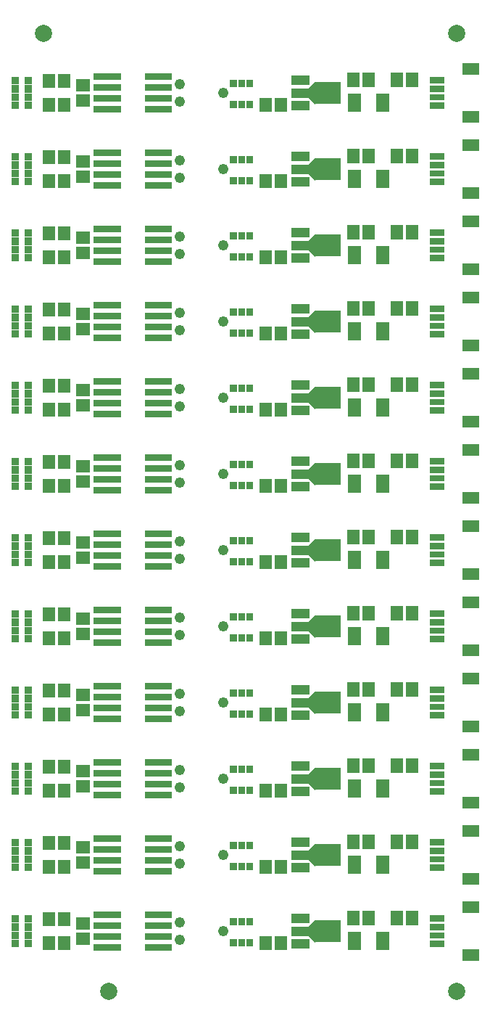
<source format=gbr>
G04 start of page 7 for group -4063 idx -4063 *
G04 Title: (unknown), componentmask *
G04 Creator: pcb 4.2.2 *
G04 CreationDate: Mon Feb 10 04:01:32 2025 UTC *
G04 For: petersen *
G04 Format: Gerber/RS-274X *
G04 PCB-Dimensions (mil): 3000.00 5500.00 *
G04 PCB-Coordinate-Origin: lower left *
%MOIN*%
%FSLAX25Y25*%
%LNTOPMASK*%
%ADD45C,0.0001*%
%ADD44C,0.0787*%
%ADD43C,0.0490*%
G54D43*X152500Y362500D03*
Y327500D03*
Y292500D03*
Y257500D03*
X132500Y366500D03*
Y358500D03*
Y331500D03*
Y323500D03*
Y296500D03*
Y288500D03*
Y261500D03*
Y253500D03*
X152500Y432500D03*
X132500Y436500D03*
Y428500D03*
X152500Y397500D03*
X132500Y401500D03*
X152500Y467500D03*
X132500Y471500D03*
Y463500D03*
Y393500D03*
X152500Y222500D03*
Y187500D03*
Y152500D03*
Y117500D03*
X132500Y226500D03*
Y218500D03*
Y191500D03*
Y183500D03*
Y156500D03*
Y148500D03*
Y121500D03*
Y113500D03*
X152500Y82500D03*
X132500Y86500D03*
Y78500D03*
G54D44*X70000Y495000D03*
G54D45*G36*
X84748Y466816D02*Y461098D01*
X91252D01*
Y466816D01*
X84748D01*
G37*
G36*
Y473902D02*Y468184D01*
X91252D01*
Y473902D01*
X84748D01*
G37*
G36*
X75316Y465252D02*X69598D01*
Y458748D01*
X75316D01*
Y465252D01*
G37*
G36*
X82402D02*X76684D01*
Y458748D01*
X82402D01*
Y465252D01*
G37*
G36*
X75316Y476252D02*X69598D01*
Y469748D01*
X75316D01*
Y476252D01*
G37*
G36*
X82402D02*X76684D01*
Y469748D01*
X82402D01*
Y476252D01*
G37*
G36*
X61274Y463490D02*Y460054D01*
X64710D01*
Y463490D01*
X61274D01*
G37*
G36*
X55290D02*Y460054D01*
X58726D01*
Y463490D01*
X55290D01*
G37*
G36*
X61274Y467308D02*Y463873D01*
X64710D01*
Y467308D01*
X61274D01*
G37*
G36*
Y471127D02*Y467692D01*
X64710D01*
Y471127D01*
X61274D01*
G37*
G36*
Y474946D02*Y471510D01*
X64710D01*
Y474946D01*
X61274D01*
G37*
G36*
X55290D02*Y471510D01*
X58726D01*
Y474946D01*
X55290D01*
G37*
G36*
Y471127D02*Y467692D01*
X58726D01*
Y471127D01*
X55290D01*
G37*
G36*
Y467308D02*Y463873D01*
X58726D01*
Y467308D01*
X55290D01*
G37*
G36*
X116500Y461500D02*Y458500D01*
X126000D01*
Y461500D01*
X116500D01*
G37*
G36*
Y466500D02*Y463500D01*
X126000D01*
Y466500D01*
X116500D01*
G37*
G36*
X119500Y461500D02*Y458500D01*
X129000D01*
Y461500D01*
X119500D01*
G37*
G36*
Y466500D02*Y463500D01*
X129000D01*
Y466500D01*
X119500D01*
G37*
G36*
X116500Y471500D02*Y468500D01*
X126000D01*
Y471500D01*
X116500D01*
G37*
G36*
Y476500D02*Y473500D01*
X126000D01*
Y476500D01*
X116500D01*
G37*
G36*
X119500Y471500D02*Y468500D01*
X129000D01*
Y471500D01*
X119500D01*
G37*
G36*
Y476500D02*Y473500D01*
X129000D01*
Y476500D01*
X119500D01*
G37*
G36*
X96000D02*Y473500D01*
X105500D01*
Y476500D01*
X96000D01*
G37*
G36*
Y471500D02*Y468500D01*
X105500D01*
Y471500D01*
X96000D01*
G37*
G36*
X93000Y476500D02*Y473500D01*
X102500D01*
Y476500D01*
X93000D01*
G37*
G36*
Y471500D02*Y468500D01*
X102500D01*
Y471500D01*
X93000D01*
G37*
G36*
X96000Y466500D02*Y463500D01*
X105500D01*
Y466500D01*
X96000D01*
G37*
G36*
Y461500D02*Y458500D01*
X105500D01*
Y461500D01*
X96000D01*
G37*
G36*
X93000Y466500D02*Y463500D01*
X102500D01*
Y466500D01*
X93000D01*
G37*
G36*
Y461500D02*Y458500D01*
X102500D01*
Y461500D01*
X93000D01*
G37*
G36*
X183826Y475596D02*Y471216D01*
X192300D01*
Y475596D01*
X183826D01*
G37*
G36*
Y469690D02*Y465310D01*
X200016D01*
Y469690D01*
X183826D01*
G37*
G36*
X194535Y472525D02*Y462475D01*
X206475D01*
Y472525D01*
X194535D01*
G37*
G36*
X196679Y470805D02*X194835Y472649D01*
X191571Y469385D01*
X193415Y467541D01*
X196679Y470805D01*
G37*
G36*
X193415Y467459D02*X191571Y465615D01*
X194835Y462351D01*
X196679Y464195D01*
X193415Y467459D01*
G37*
G36*
X183826Y463784D02*Y459404D01*
X192300D01*
Y463784D01*
X183826D01*
G37*
G36*
X181902Y465252D02*X176184D01*
Y458748D01*
X181902D01*
Y465252D01*
G37*
G36*
X174816D02*X169098D01*
Y458748D01*
X174816D01*
Y465252D01*
G37*
G36*
X158780Y463757D02*X155739D01*
Y460401D01*
X158780D01*
Y463757D01*
G37*
G36*
X162520D02*X159480D01*
Y460401D01*
X162520D01*
Y463757D01*
G37*
G36*
X166261D02*X163220D01*
Y460401D01*
X166261D01*
Y463757D01*
G37*
G36*
X215316Y476752D02*X209598D01*
Y470248D01*
X215316D01*
Y476752D01*
G37*
G36*
X229050Y467050D02*X222950D01*
Y458950D01*
X229050D01*
Y467050D01*
G37*
G36*
X216050D02*X209950D01*
Y458950D01*
X216050D01*
Y467050D01*
G37*
G36*
X222402Y476752D02*X216684D01*
Y470248D01*
X222402D01*
Y476752D01*
G37*
G36*
X166261Y473599D02*X163220D01*
Y470243D01*
X166261D01*
Y473599D01*
G37*
G36*
X162520D02*X159480D01*
Y470243D01*
X162520D01*
Y473599D01*
G37*
G36*
X158780D02*X155739D01*
Y470243D01*
X158780D01*
Y473599D01*
G37*
G36*
X116500Y426500D02*Y423500D01*
X126000D01*
Y426500D01*
X116500D01*
G37*
G36*
Y431500D02*Y428500D01*
X126000D01*
Y431500D01*
X116500D01*
G37*
G36*
Y436500D02*Y433500D01*
X126000D01*
Y436500D01*
X116500D01*
G37*
G36*
Y441500D02*Y438500D01*
X126000D01*
Y441500D01*
X116500D01*
G37*
G36*
X183826Y440596D02*Y436216D01*
X192300D01*
Y440596D01*
X183826D01*
G37*
G36*
X166261Y438599D02*X163220D01*
Y435243D01*
X166261D01*
Y438599D01*
G37*
G36*
X162520D02*X159480D01*
Y435243D01*
X162520D01*
Y438599D01*
G37*
G36*
X158780D02*X155739D01*
Y435243D01*
X158780D01*
Y438599D01*
G37*
G36*
X183826Y434690D02*Y430310D01*
X200016D01*
Y434690D01*
X183826D01*
G37*
G36*
Y428784D02*Y424404D01*
X192300D01*
Y428784D01*
X183826D01*
G37*
G36*
X181902Y430252D02*X176184D01*
Y423748D01*
X181902D01*
Y430252D01*
G37*
G36*
X174816D02*X169098D01*
Y423748D01*
X174816D01*
Y430252D01*
G37*
G36*
X194535Y437525D02*Y427475D01*
X206475D01*
Y437525D01*
X194535D01*
G37*
G36*
X196679Y435805D02*X194835Y437649D01*
X191571Y434385D01*
X193415Y432541D01*
X196679Y435805D01*
G37*
G36*
X193415Y432459D02*X191571Y430615D01*
X194835Y427351D01*
X196679Y429195D01*
X193415Y432459D01*
G37*
G36*
X158780Y428757D02*X155739D01*
Y425401D01*
X158780D01*
Y428757D01*
G37*
G36*
X162520D02*X159480D01*
Y425401D01*
X162520D01*
Y428757D01*
G37*
G36*
X166261D02*X163220D01*
Y425401D01*
X166261D01*
Y428757D01*
G37*
G54D44*X260000Y495000D03*
G54D45*G36*
X262413Y481186D02*Y475862D01*
X270099D01*
Y481186D01*
X262413D01*
G37*
G36*
X235316Y476752D02*X229598D01*
Y470248D01*
X235316D01*
Y476752D01*
G37*
G36*
X242402D02*X236684D01*
Y470248D01*
X242402D01*
Y476752D01*
G37*
G36*
X247649Y463075D02*Y460113D01*
X254351D01*
Y463075D01*
X247649D01*
G37*
G36*
Y467012D02*Y464050D01*
X254351D01*
Y467012D01*
X247649D01*
G37*
G36*
Y470950D02*Y467988D01*
X254351D01*
Y470950D01*
X247649D01*
G37*
G36*
Y474887D02*Y471925D01*
X254351D01*
Y474887D01*
X247649D01*
G37*
G36*
X262413Y459138D02*Y453814D01*
X270099D01*
Y459138D01*
X262413D01*
G37*
G36*
Y446186D02*Y440862D01*
X270099D01*
Y446186D01*
X262413D01*
G37*
G36*
X242402Y441752D02*X236684D01*
Y435248D01*
X242402D01*
Y441752D01*
G37*
G36*
X247649Y428075D02*Y425113D01*
X254351D01*
Y428075D01*
X247649D01*
G37*
G36*
Y432012D02*Y429050D01*
X254351D01*
Y432012D01*
X247649D01*
G37*
G36*
Y435950D02*Y432988D01*
X254351D01*
Y435950D01*
X247649D01*
G37*
G36*
Y439887D02*Y436925D01*
X254351D01*
Y439887D01*
X247649D01*
G37*
G36*
X229050Y432050D02*X222950D01*
Y423950D01*
X229050D01*
Y432050D01*
G37*
G36*
X235316Y441752D02*X229598D01*
Y435248D01*
X235316D01*
Y441752D01*
G37*
G36*
X216050Y432050D02*X209950D01*
Y423950D01*
X216050D01*
Y432050D01*
G37*
G36*
X215316Y441752D02*X209598D01*
Y435248D01*
X215316D01*
Y441752D01*
G37*
G36*
X222402D02*X216684D01*
Y435248D01*
X222402D01*
Y441752D01*
G37*
G36*
X215316Y406752D02*X209598D01*
Y400248D01*
X215316D01*
Y406752D01*
G37*
G36*
X222402D02*X216684D01*
Y400248D01*
X222402D01*
Y406752D01*
G37*
G36*
X262413Y424138D02*Y418814D01*
X270099D01*
Y424138D01*
X262413D01*
G37*
G36*
Y411186D02*Y405862D01*
X270099D01*
Y411186D01*
X262413D01*
G37*
G36*
X242402Y406752D02*X236684D01*
Y400248D01*
X242402D01*
Y406752D01*
G37*
G36*
X247649Y393075D02*Y390113D01*
X254351D01*
Y393075D01*
X247649D01*
G37*
G36*
Y397012D02*Y394050D01*
X254351D01*
Y397012D01*
X247649D01*
G37*
G36*
Y400950D02*Y397988D01*
X254351D01*
Y400950D01*
X247649D01*
G37*
G36*
Y404887D02*Y401925D01*
X254351D01*
Y404887D01*
X247649D01*
G37*
G36*
X262413Y389138D02*Y383814D01*
X270099D01*
Y389138D01*
X262413D01*
G37*
G36*
X229050Y397050D02*X222950D01*
Y388950D01*
X229050D01*
Y397050D01*
G37*
G36*
X235316Y406752D02*X229598D01*
Y400248D01*
X235316D01*
Y406752D01*
G37*
G36*
X229050Y362050D02*X222950D01*
Y353950D01*
X229050D01*
Y362050D01*
G37*
G36*
X235316Y371752D02*X229598D01*
Y365248D01*
X235316D01*
Y371752D01*
G37*
G36*
X229050Y327050D02*X222950D01*
Y318950D01*
X229050D01*
Y327050D01*
G37*
G36*
X235316Y336752D02*X229598D01*
Y330248D01*
X235316D01*
Y336752D01*
G37*
G36*
X216050Y397050D02*X209950D01*
Y388950D01*
X216050D01*
Y397050D01*
G37*
G36*
Y362050D02*X209950D01*
Y353950D01*
X216050D01*
Y362050D01*
G37*
G36*
Y327050D02*X209950D01*
Y318950D01*
X216050D01*
Y327050D01*
G37*
G36*
X215316Y336752D02*X209598D01*
Y330248D01*
X215316D01*
Y336752D01*
G37*
G36*
Y371752D02*X209598D01*
Y365248D01*
X215316D01*
Y371752D01*
G37*
G36*
X222402D02*X216684D01*
Y365248D01*
X222402D01*
Y371752D01*
G37*
G36*
Y336752D02*X216684D01*
Y330248D01*
X222402D01*
Y336752D01*
G37*
G36*
X242402Y371752D02*X236684D01*
Y365248D01*
X242402D01*
Y371752D01*
G37*
G36*
X247649Y358075D02*Y355113D01*
X254351D01*
Y358075D01*
X247649D01*
G37*
G36*
Y362012D02*Y359050D01*
X254351D01*
Y362012D01*
X247649D01*
G37*
G36*
Y365950D02*Y362988D01*
X254351D01*
Y365950D01*
X247649D01*
G37*
G36*
Y369887D02*Y366925D01*
X254351D01*
Y369887D01*
X247649D01*
G37*
G36*
X262413Y354138D02*Y348814D01*
X270099D01*
Y354138D01*
X262413D01*
G37*
G36*
Y376186D02*Y370862D01*
X270099D01*
Y376186D01*
X262413D01*
G37*
G36*
Y341186D02*Y335862D01*
X270099D01*
Y341186D01*
X262413D01*
G37*
G36*
X242402Y336752D02*X236684D01*
Y330248D01*
X242402D01*
Y336752D01*
G37*
G36*
X247649Y323075D02*Y320113D01*
X254351D01*
Y323075D01*
X247649D01*
G37*
G36*
Y327012D02*Y324050D01*
X254351D01*
Y327012D01*
X247649D01*
G37*
G36*
Y330950D02*Y327988D01*
X254351D01*
Y330950D01*
X247649D01*
G37*
G36*
Y334887D02*Y331925D01*
X254351D01*
Y334887D01*
X247649D01*
G37*
G36*
X262413Y319138D02*Y313814D01*
X270099D01*
Y319138D01*
X262413D01*
G37*
G36*
X242402Y301752D02*X236684D01*
Y295248D01*
X242402D01*
Y301752D01*
G37*
G36*
X247649Y288075D02*Y285113D01*
X254351D01*
Y288075D01*
X247649D01*
G37*
G36*
Y292012D02*Y289050D01*
X254351D01*
Y292012D01*
X247649D01*
G37*
G36*
Y295950D02*Y292988D01*
X254351D01*
Y295950D01*
X247649D01*
G37*
G36*
Y299887D02*Y296925D01*
X254351D01*
Y299887D01*
X247649D01*
G37*
G36*
X262413Y306186D02*Y300862D01*
X270099D01*
Y306186D01*
X262413D01*
G37*
G36*
X229050Y292050D02*X222950D01*
Y283950D01*
X229050D01*
Y292050D01*
G37*
G36*
X222402Y266752D02*X216684D01*
Y260248D01*
X222402D01*
Y266752D01*
G37*
G36*
X235316D02*X229598D01*
Y260248D01*
X235316D01*
Y266752D01*
G37*
G36*
X216050Y292050D02*X209950D01*
Y283950D01*
X216050D01*
Y292050D01*
G37*
G36*
Y257050D02*X209950D01*
Y248950D01*
X216050D01*
Y257050D01*
G37*
G36*
X215316Y266752D02*X209598D01*
Y260248D01*
X215316D01*
Y266752D01*
G37*
G36*
X216050Y222050D02*X209950D01*
Y213950D01*
X216050D01*
Y222050D01*
G37*
G36*
X215316Y231752D02*X209598D01*
Y225248D01*
X215316D01*
Y231752D01*
G37*
G36*
Y196752D02*X209598D01*
Y190248D01*
X215316D01*
Y196752D01*
G37*
G36*
Y301752D02*X209598D01*
Y295248D01*
X215316D01*
Y301752D01*
G37*
G36*
X222402D02*X216684D01*
Y295248D01*
X222402D01*
Y301752D01*
G37*
G36*
X235316D02*X229598D01*
Y295248D01*
X235316D01*
Y301752D01*
G37*
G36*
X229050Y257050D02*X222950D01*
Y248950D01*
X229050D01*
Y257050D01*
G37*
G36*
Y222050D02*X222950D01*
Y213950D01*
X229050D01*
Y222050D01*
G37*
G36*
X222402Y231752D02*X216684D01*
Y225248D01*
X222402D01*
Y231752D01*
G37*
G36*
X235316D02*X229598D01*
Y225248D01*
X235316D01*
Y231752D01*
G37*
G36*
X242402D02*X236684D01*
Y225248D01*
X242402D01*
Y231752D01*
G37*
G36*
X262413Y284138D02*Y278814D01*
X270099D01*
Y284138D01*
X262413D01*
G37*
G36*
Y249138D02*Y243814D01*
X270099D01*
Y249138D01*
X262413D01*
G37*
G36*
Y271186D02*Y265862D01*
X270099D01*
Y271186D01*
X262413D01*
G37*
G36*
Y236186D02*Y230862D01*
X270099D01*
Y236186D01*
X262413D01*
G37*
G36*
X242402Y266752D02*X236684D01*
Y260248D01*
X242402D01*
Y266752D01*
G37*
G36*
X247649Y253075D02*Y250113D01*
X254351D01*
Y253075D01*
X247649D01*
G37*
G36*
Y257012D02*Y254050D01*
X254351D01*
Y257012D01*
X247649D01*
G37*
G36*
Y260950D02*Y257988D01*
X254351D01*
Y260950D01*
X247649D01*
G37*
G36*
Y264887D02*Y261925D01*
X254351D01*
Y264887D01*
X247649D01*
G37*
G36*
Y218075D02*Y215113D01*
X254351D01*
Y218075D01*
X247649D01*
G37*
G36*
Y222012D02*Y219050D01*
X254351D01*
Y222012D01*
X247649D01*
G37*
G36*
Y183075D02*Y180113D01*
X254351D01*
Y183075D01*
X247649D01*
G37*
G36*
Y187012D02*Y184050D01*
X254351D01*
Y187012D01*
X247649D01*
G37*
G36*
Y190950D02*Y187988D01*
X254351D01*
Y190950D01*
X247649D01*
G37*
G36*
Y194887D02*Y191925D01*
X254351D01*
Y194887D01*
X247649D01*
G37*
G36*
Y225950D02*Y222988D01*
X254351D01*
Y225950D01*
X247649D01*
G37*
G36*
Y229887D02*Y226925D01*
X254351D01*
Y229887D01*
X247649D01*
G37*
G36*
X262413Y214138D02*Y208814D01*
X270099D01*
Y214138D01*
X262413D01*
G37*
G36*
Y179138D02*Y173814D01*
X270099D01*
Y179138D01*
X262413D01*
G37*
G36*
Y201186D02*Y195862D01*
X270099D01*
Y201186D01*
X262413D01*
G37*
G36*
X229050Y187050D02*X222950D01*
Y178950D01*
X229050D01*
Y187050D01*
G37*
G36*
X216050D02*X209950D01*
Y178950D01*
X216050D01*
Y187050D01*
G37*
G36*
X222402Y196752D02*X216684D01*
Y190248D01*
X222402D01*
Y196752D01*
G37*
G36*
X235316D02*X229598D01*
Y190248D01*
X235316D01*
Y196752D01*
G37*
G36*
X242402D02*X236684D01*
Y190248D01*
X242402D01*
Y196752D01*
G37*
G36*
X229050Y152050D02*X222950D01*
Y143950D01*
X229050D01*
Y152050D01*
G37*
G36*
X216050D02*X209950D01*
Y143950D01*
X216050D01*
Y152050D01*
G37*
G36*
X247649Y148075D02*Y145113D01*
X254351D01*
Y148075D01*
X247649D01*
G37*
G36*
Y152012D02*Y149050D01*
X254351D01*
Y152012D01*
X247649D01*
G37*
G36*
X262413Y144138D02*Y138814D01*
X270099D01*
Y144138D01*
X262413D01*
G37*
G36*
X215316Y161752D02*X209598D01*
Y155248D01*
X215316D01*
Y161752D01*
G37*
G36*
X222402D02*X216684D01*
Y155248D01*
X222402D01*
Y161752D01*
G37*
G36*
X229050Y117050D02*X222950D01*
Y108950D01*
X229050D01*
Y117050D01*
G37*
G36*
X216050D02*X209950D01*
Y108950D01*
X216050D01*
Y117050D01*
G37*
G36*
X215316Y126752D02*X209598D01*
Y120248D01*
X215316D01*
Y126752D01*
G37*
G36*
X222402D02*X216684D01*
Y120248D01*
X222402D01*
Y126752D01*
G37*
G36*
X235316Y161752D02*X229598D01*
Y155248D01*
X235316D01*
Y161752D01*
G37*
G36*
X242402D02*X236684D01*
Y155248D01*
X242402D01*
Y161752D01*
G37*
G36*
X247649Y155950D02*Y152988D01*
X254351D01*
Y155950D01*
X247649D01*
G37*
G36*
Y159887D02*Y156925D01*
X254351D01*
Y159887D01*
X247649D01*
G37*
G36*
X262413Y166186D02*Y160862D01*
X270099D01*
Y166186D01*
X262413D01*
G37*
G36*
Y131186D02*Y125862D01*
X270099D01*
Y131186D01*
X262413D01*
G37*
G36*
X235316Y126752D02*X229598D01*
Y120248D01*
X235316D01*
Y126752D01*
G37*
G36*
X242402D02*X236684D01*
Y120248D01*
X242402D01*
Y126752D01*
G37*
G36*
X247649Y120950D02*Y117988D01*
X254351D01*
Y120950D01*
X247649D01*
G37*
G36*
Y124887D02*Y121925D01*
X254351D01*
Y124887D01*
X247649D01*
G37*
G36*
Y113075D02*Y110113D01*
X254351D01*
Y113075D01*
X247649D01*
G37*
G36*
Y117012D02*Y114050D01*
X254351D01*
Y117012D01*
X247649D01*
G37*
G36*
X262413Y109138D02*Y103814D01*
X270099D01*
Y109138D01*
X262413D01*
G37*
G36*
X84748Y431816D02*Y426098D01*
X91252D01*
Y431816D01*
X84748D01*
G37*
G36*
Y438902D02*Y433184D01*
X91252D01*
Y438902D01*
X84748D01*
G37*
G36*
X82402Y430252D02*X76684D01*
Y423748D01*
X82402D01*
Y430252D01*
G37*
G36*
Y441252D02*X76684D01*
Y434748D01*
X82402D01*
Y441252D01*
G37*
G36*
X96000Y441500D02*Y438500D01*
X105500D01*
Y441500D01*
X96000D01*
G37*
G36*
Y436500D02*Y433500D01*
X105500D01*
Y436500D01*
X96000D01*
G37*
G36*
X93000Y441500D02*Y438500D01*
X102500D01*
Y441500D01*
X93000D01*
G37*
G36*
Y436500D02*Y433500D01*
X102500D01*
Y436500D01*
X93000D01*
G37*
G36*
X96000Y431500D02*Y428500D01*
X105500D01*
Y431500D01*
X96000D01*
G37*
G36*
Y426500D02*Y423500D01*
X105500D01*
Y426500D01*
X96000D01*
G37*
G36*
X93000Y431500D02*Y428500D01*
X102500D01*
Y431500D01*
X93000D01*
G37*
G36*
Y426500D02*Y423500D01*
X102500D01*
Y426500D01*
X93000D01*
G37*
G36*
X119500D02*Y423500D01*
X129000D01*
Y426500D01*
X119500D01*
G37*
G36*
Y431500D02*Y428500D01*
X129000D01*
Y431500D01*
X119500D01*
G37*
G36*
Y436500D02*Y433500D01*
X129000D01*
Y436500D01*
X119500D01*
G37*
G36*
Y441500D02*Y438500D01*
X129000D01*
Y441500D01*
X119500D01*
G37*
G36*
X96000Y371500D02*Y368500D01*
X105500D01*
Y371500D01*
X96000D01*
G37*
G36*
Y366500D02*Y363500D01*
X105500D01*
Y366500D01*
X96000D01*
G37*
G36*
X93000Y371500D02*Y368500D01*
X102500D01*
Y371500D01*
X93000D01*
G37*
G36*
Y366500D02*Y363500D01*
X102500D01*
Y366500D01*
X93000D01*
G37*
G36*
X96000Y361500D02*Y358500D01*
X105500D01*
Y361500D01*
X96000D01*
G37*
G36*
X93000D02*Y358500D01*
X102500D01*
Y361500D01*
X93000D01*
G37*
G36*
X116500D02*Y358500D01*
X126000D01*
Y361500D01*
X116500D01*
G37*
G36*
Y366500D02*Y363500D01*
X126000D01*
Y366500D01*
X116500D01*
G37*
G36*
Y371500D02*Y368500D01*
X126000D01*
Y371500D01*
X116500D01*
G37*
G36*
X119500Y361500D02*Y358500D01*
X129000D01*
Y361500D01*
X119500D01*
G37*
G36*
Y366500D02*Y363500D01*
X129000D01*
Y366500D01*
X119500D01*
G37*
G36*
Y371500D02*Y368500D01*
X129000D01*
Y371500D01*
X119500D01*
G37*
G36*
X75316Y430252D02*X69598D01*
Y423748D01*
X75316D01*
Y430252D01*
G37*
G36*
Y441252D02*X69598D01*
Y434748D01*
X75316D01*
Y441252D01*
G37*
G36*
X61274Y428490D02*Y425054D01*
X64710D01*
Y428490D01*
X61274D01*
G37*
G36*
Y432308D02*Y428873D01*
X64710D01*
Y432308D01*
X61274D01*
G37*
G36*
Y436127D02*Y432692D01*
X64710D01*
Y436127D01*
X61274D01*
G37*
G36*
Y439946D02*Y436510D01*
X64710D01*
Y439946D01*
X61274D01*
G37*
G36*
X55290D02*Y436510D01*
X58726D01*
Y439946D01*
X55290D01*
G37*
G36*
Y436127D02*Y432692D01*
X58726D01*
Y436127D01*
X55290D01*
G37*
G36*
Y432308D02*Y428873D01*
X58726D01*
Y432308D01*
X55290D01*
G37*
G36*
Y428490D02*Y425054D01*
X58726D01*
Y428490D01*
X55290D01*
G37*
G36*
X75316Y395252D02*X69598D01*
Y388748D01*
X75316D01*
Y395252D01*
G37*
G36*
X82402D02*X76684D01*
Y388748D01*
X82402D01*
Y395252D01*
G37*
G36*
X75316Y406252D02*X69598D01*
Y399748D01*
X75316D01*
Y406252D01*
G37*
G36*
X82402D02*X76684D01*
Y399748D01*
X82402D01*
Y406252D01*
G37*
G36*
X61274Y393490D02*Y390054D01*
X64710D01*
Y393490D01*
X61274D01*
G37*
G36*
Y397308D02*Y393874D01*
X64710D01*
Y397308D01*
X61274D01*
G37*
G36*
Y401126D02*Y397692D01*
X64710D01*
Y401126D01*
X61274D01*
G37*
G36*
Y404946D02*Y401510D01*
X64710D01*
Y404946D01*
X61274D01*
G37*
G36*
X55290D02*Y401510D01*
X58726D01*
Y404946D01*
X55290D01*
G37*
G36*
Y401126D02*Y397692D01*
X58726D01*
Y401126D01*
X55290D01*
G37*
G36*
Y397308D02*Y393874D01*
X58726D01*
Y397308D01*
X55290D01*
G37*
G36*
Y393490D02*Y390054D01*
X58726D01*
Y393490D01*
X55290D01*
G37*
G36*
X84748Y396816D02*Y391098D01*
X91252D01*
Y396816D01*
X84748D01*
G37*
G36*
Y403902D02*Y398184D01*
X91252D01*
Y403902D01*
X84748D01*
G37*
G36*
X96000Y391500D02*Y388500D01*
X105500D01*
Y391500D01*
X96000D01*
G37*
G36*
X93000D02*Y388500D01*
X102500D01*
Y391500D01*
X93000D01*
G37*
G36*
X96000Y406500D02*Y403500D01*
X105500D01*
Y406500D01*
X96000D01*
G37*
G36*
X93000D02*Y403500D01*
X102500D01*
Y406500D01*
X93000D01*
G37*
G36*
X96000Y401500D02*Y398500D01*
X105500D01*
Y401500D01*
X96000D01*
G37*
G36*
Y396500D02*Y393500D01*
X105500D01*
Y396500D01*
X96000D01*
G37*
G36*
X93000Y401500D02*Y398500D01*
X102500D01*
Y401500D01*
X93000D01*
G37*
G36*
Y396500D02*Y393500D01*
X102500D01*
Y396500D01*
X93000D01*
G37*
G36*
X183826Y405596D02*Y401216D01*
X192300D01*
Y405596D01*
X183826D01*
G37*
G36*
X166261Y403599D02*X163220D01*
Y400243D01*
X166261D01*
Y403599D01*
G37*
G36*
X162520D02*X159480D01*
Y400243D01*
X162520D01*
Y403599D01*
G37*
G36*
X158780D02*X155739D01*
Y400243D01*
X158780D01*
Y403599D01*
G37*
G36*
X183826Y399690D02*Y395310D01*
X200016D01*
Y399690D01*
X183826D01*
G37*
G36*
X194535Y402525D02*Y392475D01*
X206475D01*
Y402525D01*
X194535D01*
G37*
G36*
X196679Y400805D02*X194835Y402649D01*
X191571Y399385D01*
X193415Y397541D01*
X196679Y400805D01*
G37*
G36*
X193415Y397459D02*X191571Y395615D01*
X194835Y392351D01*
X196679Y394195D01*
X193415Y397459D01*
G37*
G36*
X183826Y393784D02*Y389404D01*
X192300D01*
Y393784D01*
X183826D01*
G37*
G36*
X181902Y395252D02*X176184D01*
Y388748D01*
X181902D01*
Y395252D01*
G37*
G36*
X174816D02*X169098D01*
Y388748D01*
X174816D01*
Y395252D01*
G37*
G36*
X158780Y393757D02*X155739D01*
Y390401D01*
X158780D01*
Y393757D01*
G37*
G36*
X162520D02*X159480D01*
Y390401D01*
X162520D01*
Y393757D01*
G37*
G36*
X166261D02*X163220D01*
Y390401D01*
X166261D01*
Y393757D01*
G37*
G36*
X116500Y401500D02*Y398500D01*
X126000D01*
Y401500D01*
X116500D01*
G37*
G36*
Y406500D02*Y403500D01*
X126000D01*
Y406500D01*
X116500D01*
G37*
G36*
X119500Y401500D02*Y398500D01*
X129000D01*
Y401500D01*
X119500D01*
G37*
G36*
Y406500D02*Y403500D01*
X129000D01*
Y406500D01*
X119500D01*
G37*
G36*
X116500Y391500D02*Y388500D01*
X126000D01*
Y391500D01*
X116500D01*
G37*
G36*
X119500D02*Y388500D01*
X129000D01*
Y391500D01*
X119500D01*
G37*
G36*
X116500Y396500D02*Y393500D01*
X126000D01*
Y396500D01*
X116500D01*
G37*
G36*
X119500D02*Y393500D01*
X129000D01*
Y396500D01*
X119500D01*
G37*
G36*
X183826Y370596D02*Y366216D01*
X192300D01*
Y370596D01*
X183826D01*
G37*
G36*
Y364690D02*Y360310D01*
X200016D01*
Y364690D01*
X183826D01*
G37*
G36*
X194535Y367525D02*Y357475D01*
X206475D01*
Y367525D01*
X194535D01*
G37*
G36*
X196679Y365805D02*X194835Y367649D01*
X191571Y364385D01*
X193415Y362541D01*
X196679Y365805D01*
G37*
G36*
X193415Y362459D02*X191571Y360615D01*
X194835Y357351D01*
X196679Y359195D01*
X193415Y362459D01*
G37*
G36*
X183826Y358784D02*Y354404D01*
X192300D01*
Y358784D01*
X183826D01*
G37*
G36*
X181902Y360252D02*X176184D01*
Y353748D01*
X181902D01*
Y360252D01*
G37*
G36*
X174816D02*X169098D01*
Y353748D01*
X174816D01*
Y360252D01*
G37*
G36*
X158780Y358757D02*X155739D01*
Y355401D01*
X158780D01*
Y358757D01*
G37*
G36*
X162520D02*X159480D01*
Y355401D01*
X162520D01*
Y358757D01*
G37*
G36*
X166261D02*X163220D01*
Y355401D01*
X166261D01*
Y358757D01*
G37*
G36*
X75316Y360252D02*X69598D01*
Y353748D01*
X75316D01*
Y360252D01*
G37*
G36*
X82402D02*X76684D01*
Y353748D01*
X82402D01*
Y360252D01*
G37*
G36*
X75316Y371252D02*X69598D01*
Y364748D01*
X75316D01*
Y371252D01*
G37*
G36*
X82402D02*X76684D01*
Y364748D01*
X82402D01*
Y371252D01*
G37*
G36*
X84748Y361816D02*Y356098D01*
X91252D01*
Y361816D01*
X84748D01*
G37*
G36*
Y368902D02*Y363184D01*
X91252D01*
Y368902D01*
X84748D01*
G37*
G36*
X96000Y356500D02*Y353500D01*
X105500D01*
Y356500D01*
X96000D01*
G37*
G36*
X93000D02*Y353500D01*
X102500D01*
Y356500D01*
X93000D01*
G37*
G36*
X61274Y358490D02*Y355054D01*
X64710D01*
Y358490D01*
X61274D01*
G37*
G36*
Y362308D02*Y358874D01*
X64710D01*
Y362308D01*
X61274D01*
G37*
G36*
Y366126D02*Y362692D01*
X64710D01*
Y366126D01*
X61274D01*
G37*
G36*
Y369946D02*Y366510D01*
X64710D01*
Y369946D01*
X61274D01*
G37*
G36*
X55290D02*Y366510D01*
X58726D01*
Y369946D01*
X55290D01*
G37*
G36*
Y366126D02*Y362692D01*
X58726D01*
Y366126D01*
X55290D01*
G37*
G36*
Y362308D02*Y358874D01*
X58726D01*
Y362308D01*
X55290D01*
G37*
G36*
Y358490D02*Y355054D01*
X58726D01*
Y358490D01*
X55290D01*
G37*
G36*
X61274Y117308D02*Y113873D01*
X64710D01*
Y117308D01*
X61274D01*
G37*
G36*
X55290D02*Y113873D01*
X58726D01*
Y117308D01*
X55290D01*
G37*
G36*
Y113490D02*Y110054D01*
X58726D01*
Y113490D01*
X55290D01*
G37*
G36*
X61274Y121127D02*Y117692D01*
X64710D01*
Y121127D01*
X61274D01*
G37*
G36*
X55290D02*Y117692D01*
X58726D01*
Y121127D01*
X55290D01*
G37*
G36*
X61274Y124946D02*Y121510D01*
X64710D01*
Y124946D01*
X61274D01*
G37*
G36*
X55290D02*Y121510D01*
X58726D01*
Y124946D01*
X55290D01*
G37*
G36*
X84748Y326816D02*Y321098D01*
X91252D01*
Y326816D01*
X84748D01*
G37*
G36*
Y333902D02*Y328184D01*
X91252D01*
Y333902D01*
X84748D01*
G37*
G36*
X75316Y325252D02*X69598D01*
Y318748D01*
X75316D01*
Y325252D01*
G37*
G36*
X82402D02*X76684D01*
Y318748D01*
X82402D01*
Y325252D01*
G37*
G36*
X75316Y336252D02*X69598D01*
Y329748D01*
X75316D01*
Y336252D01*
G37*
G36*
X82402D02*X76684D01*
Y329748D01*
X82402D01*
Y336252D01*
G37*
G36*
X96000Y321500D02*Y318500D01*
X105500D01*
Y321500D01*
X96000D01*
G37*
G36*
X93000D02*Y318500D01*
X102500D01*
Y321500D01*
X93000D01*
G37*
G36*
X61274Y323490D02*Y320054D01*
X64710D01*
Y323490D01*
X61274D01*
G37*
G36*
X55290D02*Y320054D01*
X58726D01*
Y323490D01*
X55290D01*
G37*
G36*
X61274Y327308D02*Y323874D01*
X64710D01*
Y327308D01*
X61274D01*
G37*
G36*
Y331126D02*Y327692D01*
X64710D01*
Y331126D01*
X61274D01*
G37*
G36*
Y334946D02*Y331510D01*
X64710D01*
Y334946D01*
X61274D01*
G37*
G36*
X55290D02*Y331510D01*
X58726D01*
Y334946D01*
X55290D01*
G37*
G36*
Y331126D02*Y327692D01*
X58726D01*
Y331126D01*
X55290D01*
G37*
G36*
Y327308D02*Y323874D01*
X58726D01*
Y327308D01*
X55290D01*
G37*
G36*
X96000Y331500D02*Y328500D01*
X105500D01*
Y331500D01*
X96000D01*
G37*
G36*
Y326500D02*Y323500D01*
X105500D01*
Y326500D01*
X96000D01*
G37*
G36*
X93000Y331500D02*Y328500D01*
X102500D01*
Y331500D01*
X93000D01*
G37*
G36*
Y326500D02*Y323500D01*
X102500D01*
Y326500D01*
X93000D01*
G37*
G36*
X96000Y336500D02*Y333500D01*
X105500D01*
Y336500D01*
X96000D01*
G37*
G36*
X116500D02*Y333500D01*
X126000D01*
Y336500D01*
X116500D01*
G37*
G36*
X93000D02*Y333500D01*
X102500D01*
Y336500D01*
X93000D01*
G37*
G36*
X116500Y326500D02*Y323500D01*
X126000D01*
Y326500D01*
X116500D01*
G37*
G36*
Y331500D02*Y328500D01*
X126000D01*
Y331500D01*
X116500D01*
G37*
G36*
X119500Y326500D02*Y323500D01*
X129000D01*
Y326500D01*
X119500D01*
G37*
G36*
Y331500D02*Y328500D01*
X129000D01*
Y331500D01*
X119500D01*
G37*
G36*
Y336500D02*Y333500D01*
X129000D01*
Y336500D01*
X119500D01*
G37*
G36*
X96000Y301500D02*Y298500D01*
X105500D01*
Y301500D01*
X96000D01*
G37*
G36*
X93000D02*Y298500D01*
X102500D01*
Y301500D01*
X93000D01*
G37*
G36*
X96000Y296500D02*Y293500D01*
X105500D01*
Y296500D01*
X96000D01*
G37*
G36*
X93000D02*Y293500D01*
X102500D01*
Y296500D01*
X93000D01*
G37*
G36*
X96000Y291500D02*Y288500D01*
X105500D01*
Y291500D01*
X96000D01*
G37*
G36*
X93000D02*Y288500D01*
X102500D01*
Y291500D01*
X93000D01*
G37*
G36*
X116500D02*Y288500D01*
X126000D01*
Y291500D01*
X116500D01*
G37*
G36*
X119500D02*Y288500D01*
X129000D01*
Y291500D01*
X119500D01*
G37*
G36*
X116500Y296500D02*Y293500D01*
X126000D01*
Y296500D01*
X116500D01*
G37*
G36*
Y301500D02*Y298500D01*
X126000D01*
Y301500D01*
X116500D01*
G37*
G36*
X119500Y296500D02*Y293500D01*
X129000D01*
Y296500D01*
X119500D01*
G37*
G36*
Y301500D02*Y298500D01*
X129000D01*
Y301500D01*
X119500D01*
G37*
G36*
X166261Y123599D02*X163220D01*
Y120243D01*
X166261D01*
Y123599D01*
G37*
G36*
X162520D02*X159480D01*
Y120243D01*
X162520D01*
Y123599D01*
G37*
G36*
X158780D02*X155739D01*
Y120243D01*
X158780D01*
Y123599D01*
G37*
G36*
Y113757D02*X155739D01*
Y110401D01*
X158780D01*
Y113757D01*
G37*
G36*
X162520D02*X159480D01*
Y110401D01*
X162520D01*
Y113757D01*
G37*
G36*
X166261D02*X163220D01*
Y110401D01*
X166261D01*
Y113757D01*
G37*
G36*
Y368599D02*X163220D01*
Y365243D01*
X166261D01*
Y368599D01*
G37*
G36*
X162520D02*X159480D01*
Y365243D01*
X162520D01*
Y368599D01*
G37*
G36*
X158780D02*X155739D01*
Y365243D01*
X158780D01*
Y368599D01*
G37*
G36*
X116500Y356500D02*Y353500D01*
X126000D01*
Y356500D01*
X116500D01*
G37*
G36*
X119500D02*Y353500D01*
X129000D01*
Y356500D01*
X119500D01*
G37*
G36*
X116500Y321500D02*Y318500D01*
X126000D01*
Y321500D01*
X116500D01*
G37*
G36*
X119500D02*Y318500D01*
X129000D01*
Y321500D01*
X119500D01*
G37*
G36*
X183826Y335596D02*Y331216D01*
X192300D01*
Y335596D01*
X183826D01*
G37*
G36*
Y329690D02*Y325310D01*
X200016D01*
Y329690D01*
X183826D01*
G37*
G36*
X194535Y332525D02*Y322475D01*
X206475D01*
Y332525D01*
X194535D01*
G37*
G36*
X196679Y330805D02*X194835Y332649D01*
X191571Y329385D01*
X193415Y327541D01*
X196679Y330805D01*
G37*
G36*
X193415Y327459D02*X191571Y325615D01*
X194835Y322351D01*
X196679Y324195D01*
X193415Y327459D01*
G37*
G36*
X183826Y323784D02*Y319404D01*
X192300D01*
Y323784D01*
X183826D01*
G37*
G36*
X181902Y325252D02*X176184D01*
Y318748D01*
X181902D01*
Y325252D01*
G37*
G36*
X174816D02*X169098D01*
Y318748D01*
X174816D01*
Y325252D01*
G37*
G36*
X166261Y323757D02*X163220D01*
Y320401D01*
X166261D01*
Y323757D01*
G37*
G36*
Y333599D02*X163220D01*
Y330243D01*
X166261D01*
Y333599D01*
G37*
G36*
X162520D02*X159480D01*
Y330243D01*
X162520D01*
Y333599D01*
G37*
G36*
X158780D02*X155739D01*
Y330243D01*
X158780D01*
Y333599D01*
G37*
G36*
Y323757D02*X155739D01*
Y320401D01*
X158780D01*
Y323757D01*
G37*
G36*
X162520D02*X159480D01*
Y320401D01*
X162520D01*
Y323757D01*
G37*
G36*
X183826Y300596D02*Y296216D01*
X192300D01*
Y300596D01*
X183826D01*
G37*
G36*
Y294690D02*Y290310D01*
X200016D01*
Y294690D01*
X183826D01*
G37*
G36*
X194535Y297525D02*Y287475D01*
X206475D01*
Y297525D01*
X194535D01*
G37*
G36*
X196679Y295805D02*X194835Y297649D01*
X191571Y294385D01*
X193415Y292541D01*
X196679Y295805D01*
G37*
G36*
X193415Y292459D02*X191571Y290615D01*
X194835Y287351D01*
X196679Y289195D01*
X193415Y292459D01*
G37*
G36*
X183826Y288784D02*Y284404D01*
X192300D01*
Y288784D01*
X183826D01*
G37*
G36*
X181902Y290252D02*X176184D01*
Y283748D01*
X181902D01*
Y290252D01*
G37*
G36*
X174816D02*X169098D01*
Y283748D01*
X174816D01*
Y290252D01*
G37*
G36*
X158780Y288757D02*X155739D01*
Y285401D01*
X158780D01*
Y288757D01*
G37*
G36*
X162520D02*X159480D01*
Y285401D01*
X162520D01*
Y288757D01*
G37*
G36*
X166261D02*X163220D01*
Y285401D01*
X166261D01*
Y288757D01*
G37*
G36*
Y298599D02*X163220D01*
Y295243D01*
X166261D01*
Y298599D01*
G37*
G36*
X162520D02*X159480D01*
Y295243D01*
X162520D01*
Y298599D01*
G37*
G36*
X158780D02*X155739D01*
Y295243D01*
X158780D01*
Y298599D01*
G37*
G54D44*X260000Y55000D03*
X100000D03*
G54D45*G36*
X229050Y82050D02*X222950D01*
Y73950D01*
X229050D01*
Y82050D01*
G37*
G36*
X247649Y78075D02*Y75113D01*
X254351D01*
Y78075D01*
X247649D01*
G37*
G36*
Y82012D02*Y79050D01*
X254351D01*
Y82012D01*
X247649D01*
G37*
G36*
X262413Y74138D02*Y68814D01*
X270099D01*
Y74138D01*
X262413D01*
G37*
G36*
X216050Y82050D02*X209950D01*
Y73950D01*
X216050D01*
Y82050D01*
G37*
G36*
X183826Y78784D02*Y74404D01*
X192300D01*
Y78784D01*
X183826D01*
G37*
G36*
X181902Y80252D02*X176184D01*
Y73748D01*
X181902D01*
Y80252D01*
G37*
G36*
X174816D02*X169098D01*
Y73748D01*
X174816D01*
Y80252D01*
G37*
G36*
X119500Y76500D02*Y73500D01*
X129000D01*
Y76500D01*
X119500D01*
G37*
G36*
Y81500D02*Y78500D01*
X129000D01*
Y81500D01*
X119500D01*
G37*
G36*
X158780Y78757D02*X155739D01*
Y75401D01*
X158780D01*
Y78757D01*
G37*
G36*
X162520D02*X159480D01*
Y75401D01*
X162520D01*
Y78757D01*
G37*
G36*
X166261D02*X163220D01*
Y75401D01*
X166261D01*
Y78757D01*
G37*
G36*
X84748Y81816D02*Y76098D01*
X91252D01*
Y81816D01*
X84748D01*
G37*
G36*
X96000Y91500D02*Y88500D01*
X105500D01*
Y91500D01*
X96000D01*
G37*
G36*
Y86500D02*Y83500D01*
X105500D01*
Y86500D01*
X96000D01*
G37*
G36*
X93000Y91500D02*Y88500D01*
X102500D01*
Y91500D01*
X93000D01*
G37*
G36*
Y86500D02*Y83500D01*
X102500D01*
Y86500D01*
X93000D01*
G37*
G36*
Y81500D02*Y78500D01*
X102500D01*
Y81500D01*
X93000D01*
G37*
G36*
Y76500D02*Y73500D01*
X102500D01*
Y76500D01*
X93000D01*
G37*
G36*
X183826Y90596D02*Y86216D01*
X192300D01*
Y90596D01*
X183826D01*
G37*
G36*
X166261Y88599D02*X163220D01*
Y85243D01*
X166261D01*
Y88599D01*
G37*
G36*
X162520D02*X159480D01*
Y85243D01*
X162520D01*
Y88599D01*
G37*
G36*
X158780D02*X155739D01*
Y85243D01*
X158780D01*
Y88599D01*
G37*
G36*
X96000Y81500D02*Y78500D01*
X105500D01*
Y81500D01*
X96000D01*
G37*
G36*
Y76500D02*Y73500D01*
X105500D01*
Y76500D01*
X96000D01*
G37*
G36*
X116500D02*Y73500D01*
X126000D01*
Y76500D01*
X116500D01*
G37*
G36*
Y81500D02*Y78500D01*
X126000D01*
Y81500D01*
X116500D01*
G37*
G36*
Y86500D02*Y83500D01*
X126000D01*
Y86500D01*
X116500D01*
G37*
G36*
Y91500D02*Y88500D01*
X126000D01*
Y91500D01*
X116500D01*
G37*
G36*
X119500Y86500D02*Y83500D01*
X129000D01*
Y86500D01*
X119500D01*
G37*
G36*
Y91500D02*Y88500D01*
X129000D01*
Y91500D01*
X119500D01*
G37*
G36*
X84748Y88902D02*Y83184D01*
X91252D01*
Y88902D01*
X84748D01*
G37*
G36*
X75316Y91252D02*X69598D01*
Y84748D01*
X75316D01*
Y91252D01*
G37*
G36*
X82402D02*X76684D01*
Y84748D01*
X82402D01*
Y91252D01*
G37*
G36*
X61274Y89946D02*Y86510D01*
X64710D01*
Y89946D01*
X61274D01*
G37*
G36*
X55290D02*Y86510D01*
X58726D01*
Y89946D01*
X55290D01*
G37*
G36*
Y86126D02*Y82692D01*
X58726D01*
Y86126D01*
X55290D01*
G37*
G36*
X75316Y80252D02*X69598D01*
Y73748D01*
X75316D01*
Y80252D01*
G37*
G36*
X82402D02*X76684D01*
Y73748D01*
X82402D01*
Y80252D01*
G37*
G36*
X61274Y78490D02*Y75054D01*
X64710D01*
Y78490D01*
X61274D01*
G37*
G36*
Y82308D02*Y78874D01*
X64710D01*
Y82308D01*
X61274D01*
G37*
G36*
Y86126D02*Y82692D01*
X64710D01*
Y86126D01*
X61274D01*
G37*
G36*
X55290Y82308D02*Y78874D01*
X58726D01*
Y82308D01*
X55290D01*
G37*
G36*
Y78490D02*Y75054D01*
X58726D01*
Y78490D01*
X55290D01*
G37*
G36*
X215316Y91752D02*X209598D01*
Y85248D01*
X215316D01*
Y91752D01*
G37*
G36*
X222402D02*X216684D01*
Y85248D01*
X222402D01*
Y91752D01*
G37*
G36*
X235316D02*X229598D01*
Y85248D01*
X235316D01*
Y91752D01*
G37*
G36*
X242402D02*X236684D01*
Y85248D01*
X242402D01*
Y91752D01*
G37*
G36*
X183826Y84690D02*Y80310D01*
X200016D01*
Y84690D01*
X183826D01*
G37*
G36*
X194535Y87525D02*Y77475D01*
X206475D01*
Y87525D01*
X194535D01*
G37*
G36*
X196679Y85805D02*X194835Y87649D01*
X191571Y84385D01*
X193415Y82541D01*
X196679Y85805D01*
G37*
G36*
X193415Y82459D02*X191571Y80615D01*
X194835Y77351D01*
X196679Y79195D01*
X193415Y82459D01*
G37*
G36*
X247649Y85950D02*Y82988D01*
X254351D01*
Y85950D01*
X247649D01*
G37*
G36*
Y89887D02*Y86925D01*
X254351D01*
Y89887D01*
X247649D01*
G37*
G36*
X262413Y96186D02*Y90862D01*
X270099D01*
Y96186D01*
X262413D01*
G37*
G36*
X84748Y291816D02*Y286098D01*
X91252D01*
Y291816D01*
X84748D01*
G37*
G36*
Y298902D02*Y293184D01*
X91252D01*
Y298902D01*
X84748D01*
G37*
G36*
X75316Y290252D02*X69598D01*
Y283748D01*
X75316D01*
Y290252D01*
G37*
G36*
X82402D02*X76684D01*
Y283748D01*
X82402D01*
Y290252D01*
G37*
G36*
X75316Y301252D02*X69598D01*
Y294748D01*
X75316D01*
Y301252D01*
G37*
G36*
X82402D02*X76684D01*
Y294748D01*
X82402D01*
Y301252D01*
G37*
G36*
X96000Y286500D02*Y283500D01*
X105500D01*
Y286500D01*
X96000D01*
G37*
G36*
X93000D02*Y283500D01*
X102500D01*
Y286500D01*
X93000D01*
G37*
G36*
X61274Y288490D02*Y285054D01*
X64710D01*
Y288490D01*
X61274D01*
G37*
G36*
X55290D02*Y285054D01*
X58726D01*
Y288490D01*
X55290D01*
G37*
G36*
X61274Y292308D02*Y288874D01*
X64710D01*
Y292308D01*
X61274D01*
G37*
G36*
Y296126D02*Y292692D01*
X64710D01*
Y296126D01*
X61274D01*
G37*
G36*
Y299946D02*Y296510D01*
X64710D01*
Y299946D01*
X61274D01*
G37*
G36*
X55290D02*Y296510D01*
X58726D01*
Y299946D01*
X55290D01*
G37*
G36*
Y296126D02*Y292692D01*
X58726D01*
Y296126D01*
X55290D01*
G37*
G36*
Y292308D02*Y288874D01*
X58726D01*
Y292308D01*
X55290D01*
G37*
G36*
X84748Y256816D02*Y251098D01*
X91252D01*
Y256816D01*
X84748D01*
G37*
G36*
Y263902D02*Y258184D01*
X91252D01*
Y263902D01*
X84748D01*
G37*
G36*
X82402Y255252D02*X76684D01*
Y248748D01*
X82402D01*
Y255252D01*
G37*
G36*
Y266252D02*X76684D01*
Y259748D01*
X82402D01*
Y266252D01*
G37*
G36*
X96000Y251500D02*Y248500D01*
X105500D01*
Y251500D01*
X96000D01*
G37*
G36*
X93000D02*Y248500D01*
X102500D01*
Y251500D01*
X93000D01*
G37*
G36*
X96000Y266500D02*Y263500D01*
X105500D01*
Y266500D01*
X96000D01*
G37*
G36*
X93000D02*Y263500D01*
X102500D01*
Y266500D01*
X93000D01*
G37*
G36*
X96000Y261500D02*Y258500D01*
X105500D01*
Y261500D01*
X96000D01*
G37*
G36*
X93000D02*Y258500D01*
X102500D01*
Y261500D01*
X93000D01*
G37*
G36*
X96000Y256500D02*Y253500D01*
X105500D01*
Y256500D01*
X96000D01*
G37*
G36*
X93000D02*Y253500D01*
X102500D01*
Y256500D01*
X93000D01*
G37*
G36*
X75316Y255252D02*X69598D01*
Y248748D01*
X75316D01*
Y255252D01*
G37*
G36*
Y266252D02*X69598D01*
Y259748D01*
X75316D01*
Y266252D01*
G37*
G36*
X61274Y253490D02*Y250054D01*
X64710D01*
Y253490D01*
X61274D01*
G37*
G36*
Y257308D02*Y253874D01*
X64710D01*
Y257308D01*
X61274D01*
G37*
G36*
Y261126D02*Y257692D01*
X64710D01*
Y261126D01*
X61274D01*
G37*
G36*
Y264946D02*Y261510D01*
X64710D01*
Y264946D01*
X61274D01*
G37*
G36*
X55290D02*Y261510D01*
X58726D01*
Y264946D01*
X55290D01*
G37*
G36*
Y261126D02*Y257692D01*
X58726D01*
Y261126D01*
X55290D01*
G37*
G36*
Y257308D02*Y253874D01*
X58726D01*
Y257308D01*
X55290D01*
G37*
G36*
Y253490D02*Y250054D01*
X58726D01*
Y253490D01*
X55290D01*
G37*
G36*
X116500Y256500D02*Y253500D01*
X126000D01*
Y256500D01*
X116500D01*
G37*
G36*
Y261500D02*Y258500D01*
X126000D01*
Y261500D01*
X116500D01*
G37*
G36*
Y266500D02*Y263500D01*
X126000D01*
Y266500D01*
X116500D01*
G37*
G36*
X119500D02*Y263500D01*
X129000D01*
Y266500D01*
X119500D01*
G37*
G36*
Y256500D02*Y253500D01*
X129000D01*
Y256500D01*
X119500D01*
G37*
G36*
Y261500D02*Y258500D01*
X129000D01*
Y261500D01*
X119500D01*
G37*
G36*
X96000Y231500D02*Y228500D01*
X105500D01*
Y231500D01*
X96000D01*
G37*
G36*
Y226500D02*Y223500D01*
X105500D01*
Y226500D01*
X96000D01*
G37*
G36*
Y221500D02*Y218500D01*
X105500D01*
Y221500D01*
X96000D01*
G37*
G36*
X93000D02*Y218500D01*
X102500D01*
Y221500D01*
X93000D01*
G37*
G36*
X116500D02*Y218500D01*
X126000D01*
Y221500D01*
X116500D01*
G37*
G36*
X119500D02*Y218500D01*
X129000D01*
Y221500D01*
X119500D01*
G37*
G36*
X116500Y226500D02*Y223500D01*
X126000D01*
Y226500D01*
X116500D01*
G37*
G36*
X119500D02*Y223500D01*
X129000D01*
Y226500D01*
X119500D01*
G37*
G36*
X116500Y231500D02*Y228500D01*
X126000D01*
Y231500D01*
X116500D01*
G37*
G36*
X119500D02*Y228500D01*
X129000D01*
Y231500D01*
X119500D01*
G37*
G36*
X93000D02*Y228500D01*
X102500D01*
Y231500D01*
X93000D01*
G37*
G36*
Y226500D02*Y223500D01*
X102500D01*
Y226500D01*
X93000D01*
G37*
G36*
X116500Y286500D02*Y283500D01*
X126000D01*
Y286500D01*
X116500D01*
G37*
G36*
X119500D02*Y283500D01*
X129000D01*
Y286500D01*
X119500D01*
G37*
G36*
X116500Y251500D02*Y248500D01*
X126000D01*
Y251500D01*
X116500D01*
G37*
G36*
X119500D02*Y248500D01*
X129000D01*
Y251500D01*
X119500D01*
G37*
G36*
X116500Y216500D02*Y213500D01*
X126000D01*
Y216500D01*
X116500D01*
G37*
G36*
X119500D02*Y213500D01*
X129000D01*
Y216500D01*
X119500D01*
G37*
G36*
X183826Y265596D02*Y261216D01*
X192300D01*
Y265596D01*
X183826D01*
G37*
G36*
Y259690D02*Y255310D01*
X200016D01*
Y259690D01*
X183826D01*
G37*
G36*
X194535Y262525D02*Y252475D01*
X206475D01*
Y262525D01*
X194535D01*
G37*
G36*
X196679Y260805D02*X194835Y262649D01*
X191571Y259385D01*
X193415Y257541D01*
X196679Y260805D01*
G37*
G36*
X193415Y257459D02*X191571Y255615D01*
X194835Y252351D01*
X196679Y254195D01*
X193415Y257459D01*
G37*
G36*
X183826Y253784D02*Y249404D01*
X192300D01*
Y253784D01*
X183826D01*
G37*
G36*
X181902Y255252D02*X176184D01*
Y248748D01*
X181902D01*
Y255252D01*
G37*
G36*
X174816D02*X169098D01*
Y248748D01*
X174816D01*
Y255252D01*
G37*
G36*
X166261Y253757D02*X163220D01*
Y250401D01*
X166261D01*
Y253757D01*
G37*
G36*
Y263599D02*X163220D01*
Y260243D01*
X166261D01*
Y263599D01*
G37*
G36*
X162520D02*X159480D01*
Y260243D01*
X162520D01*
Y263599D01*
G37*
G36*
X158780D02*X155739D01*
Y260243D01*
X158780D01*
Y263599D01*
G37*
G36*
Y253757D02*X155739D01*
Y250401D01*
X158780D01*
Y253757D01*
G37*
G36*
X162520D02*X159480D01*
Y250401D01*
X162520D01*
Y253757D01*
G37*
G36*
X183826Y230596D02*Y226216D01*
X192300D01*
Y230596D01*
X183826D01*
G37*
G36*
Y224690D02*Y220310D01*
X200016D01*
Y224690D01*
X183826D01*
G37*
G36*
X194535Y227525D02*Y217475D01*
X206475D01*
Y227525D01*
X194535D01*
G37*
G36*
X196679Y225805D02*X194835Y227649D01*
X191571Y224385D01*
X193415Y222541D01*
X196679Y225805D01*
G37*
G36*
X193415Y222459D02*X191571Y220615D01*
X194835Y217351D01*
X196679Y219195D01*
X193415Y222459D01*
G37*
G36*
X183826Y218784D02*Y214404D01*
X192300D01*
Y218784D01*
X183826D01*
G37*
G36*
X181902Y220252D02*X176184D01*
Y213748D01*
X181902D01*
Y220252D01*
G37*
G36*
X174816D02*X169098D01*
Y213748D01*
X174816D01*
Y220252D01*
G37*
G36*
X166261Y218757D02*X163220D01*
Y215401D01*
X166261D01*
Y218757D01*
G37*
G36*
Y228599D02*X163220D01*
Y225243D01*
X166261D01*
Y228599D01*
G37*
G36*
X162520D02*X159480D01*
Y225243D01*
X162520D01*
Y228599D01*
G37*
G36*
Y218757D02*X159480D01*
Y215401D01*
X162520D01*
Y218757D01*
G37*
G36*
X158780Y228599D02*X155739D01*
Y225243D01*
X158780D01*
Y228599D01*
G37*
G36*
Y218757D02*X155739D01*
Y215401D01*
X158780D01*
Y218757D01*
G37*
G36*
X84748Y221816D02*Y216098D01*
X91252D01*
Y221816D01*
X84748D01*
G37*
G36*
Y228902D02*Y223184D01*
X91252D01*
Y228902D01*
X84748D01*
G37*
G36*
X82402Y220252D02*X76684D01*
Y213748D01*
X82402D01*
Y220252D01*
G37*
G36*
Y231252D02*X76684D01*
Y224748D01*
X82402D01*
Y231252D01*
G37*
G36*
X96000Y216500D02*Y213500D01*
X105500D01*
Y216500D01*
X96000D01*
G37*
G36*
X93000D02*Y213500D01*
X102500D01*
Y216500D01*
X93000D01*
G37*
G36*
X75316Y231252D02*X69598D01*
Y224748D01*
X75316D01*
Y231252D01*
G37*
G36*
Y220252D02*X69598D01*
Y213748D01*
X75316D01*
Y220252D01*
G37*
G36*
X61274Y218490D02*Y215054D01*
X64710D01*
Y218490D01*
X61274D01*
G37*
G36*
Y222308D02*Y218874D01*
X64710D01*
Y222308D01*
X61274D01*
G37*
G36*
Y226126D02*Y222692D01*
X64710D01*
Y226126D01*
X61274D01*
G37*
G36*
Y229946D02*Y226510D01*
X64710D01*
Y229946D01*
X61274D01*
G37*
G36*
X55290D02*Y226510D01*
X58726D01*
Y229946D01*
X55290D01*
G37*
G36*
Y226126D02*Y222692D01*
X58726D01*
Y226126D01*
X55290D01*
G37*
G36*
Y222308D02*Y218874D01*
X58726D01*
Y222308D01*
X55290D01*
G37*
G36*
Y218490D02*Y215054D01*
X58726D01*
Y218490D01*
X55290D01*
G37*
G36*
X75316Y185252D02*X69598D01*
Y178748D01*
X75316D01*
Y185252D01*
G37*
G36*
X82402D02*X76684D01*
Y178748D01*
X82402D01*
Y185252D01*
G37*
G36*
X75316Y196252D02*X69598D01*
Y189748D01*
X75316D01*
Y196252D01*
G37*
G36*
X82402D02*X76684D01*
Y189748D01*
X82402D01*
Y196252D01*
G37*
G36*
X61274Y183490D02*Y180054D01*
X64710D01*
Y183490D01*
X61274D01*
G37*
G36*
Y187308D02*Y183874D01*
X64710D01*
Y187308D01*
X61274D01*
G37*
G36*
Y191126D02*Y187692D01*
X64710D01*
Y191126D01*
X61274D01*
G37*
G36*
Y194946D02*Y191510D01*
X64710D01*
Y194946D01*
X61274D01*
G37*
G36*
X55290D02*Y191510D01*
X58726D01*
Y194946D01*
X55290D01*
G37*
G36*
Y191126D02*Y187692D01*
X58726D01*
Y191126D01*
X55290D01*
G37*
G36*
Y187308D02*Y183874D01*
X58726D01*
Y187308D01*
X55290D01*
G37*
G36*
Y183490D02*Y180054D01*
X58726D01*
Y183490D01*
X55290D01*
G37*
G36*
X84748Y186816D02*Y181098D01*
X91252D01*
Y186816D01*
X84748D01*
G37*
G36*
Y193902D02*Y188184D01*
X91252D01*
Y193902D01*
X84748D01*
G37*
G36*
X96000Y181500D02*Y178500D01*
X105500D01*
Y181500D01*
X96000D01*
G37*
G36*
X93000D02*Y178500D01*
X102500D01*
Y181500D01*
X93000D01*
G37*
G36*
X96000Y196500D02*Y193500D01*
X105500D01*
Y196500D01*
X96000D01*
G37*
G36*
X93000D02*Y193500D01*
X102500D01*
Y196500D01*
X93000D01*
G37*
G36*
X96000Y191500D02*Y188500D01*
X105500D01*
Y191500D01*
X96000D01*
G37*
G36*
Y186500D02*Y183500D01*
X105500D01*
Y186500D01*
X96000D01*
G37*
G36*
X93000Y191500D02*Y188500D01*
X102500D01*
Y191500D01*
X93000D01*
G37*
G36*
Y186500D02*Y183500D01*
X102500D01*
Y186500D01*
X93000D01*
G37*
G36*
X116500D02*Y183500D01*
X126000D01*
Y186500D01*
X116500D01*
G37*
G36*
Y191500D02*Y188500D01*
X126000D01*
Y191500D01*
X116500D01*
G37*
G36*
Y196500D02*Y193500D01*
X126000D01*
Y196500D01*
X116500D01*
G37*
G36*
X119500Y186500D02*Y183500D01*
X129000D01*
Y186500D01*
X119500D01*
G37*
G36*
Y191500D02*Y188500D01*
X129000D01*
Y191500D01*
X119500D01*
G37*
G36*
Y196500D02*Y193500D01*
X129000D01*
Y196500D01*
X119500D01*
G37*
G36*
X96000Y161500D02*Y158500D01*
X105500D01*
Y161500D01*
X96000D01*
G37*
G36*
Y156500D02*Y153500D01*
X105500D01*
Y156500D01*
X96000D01*
G37*
G36*
Y151500D02*Y148500D01*
X105500D01*
Y151500D01*
X96000D01*
G37*
G36*
X116500D02*Y148500D01*
X126000D01*
Y151500D01*
X116500D01*
G37*
G36*
Y156500D02*Y153500D01*
X126000D01*
Y156500D01*
X116500D01*
G37*
G36*
X119500Y151500D02*Y148500D01*
X129000D01*
Y151500D01*
X119500D01*
G37*
G36*
Y156500D02*Y153500D01*
X129000D01*
Y156500D01*
X119500D01*
G37*
G36*
X116500Y161500D02*Y158500D01*
X126000D01*
Y161500D01*
X116500D01*
G37*
G36*
X119500D02*Y158500D01*
X129000D01*
Y161500D01*
X119500D01*
G37*
G36*
X93000D02*Y158500D01*
X102500D01*
Y161500D01*
X93000D01*
G37*
G36*
Y156500D02*Y153500D01*
X102500D01*
Y156500D01*
X93000D01*
G37*
G36*
Y151500D02*Y148500D01*
X102500D01*
Y151500D01*
X93000D01*
G37*
G36*
X96000Y126500D02*Y123500D01*
X105500D01*
Y126500D01*
X96000D01*
G37*
G36*
Y121500D02*Y118500D01*
X105500D01*
Y121500D01*
X96000D01*
G37*
G36*
Y116500D02*Y113500D01*
X105500D01*
Y116500D01*
X96000D01*
G37*
G36*
X116500D02*Y113500D01*
X126000D01*
Y116500D01*
X116500D01*
G37*
G36*
Y121500D02*Y118500D01*
X126000D01*
Y121500D01*
X116500D01*
G37*
G36*
Y126500D02*Y123500D01*
X126000D01*
Y126500D01*
X116500D01*
G37*
G36*
X119500Y121500D02*Y118500D01*
X129000D01*
Y121500D01*
X119500D01*
G37*
G36*
Y126500D02*Y123500D01*
X129000D01*
Y126500D01*
X119500D01*
G37*
G36*
X183826Y195596D02*Y191216D01*
X192300D01*
Y195596D01*
X183826D01*
G37*
G36*
Y189690D02*Y185310D01*
X200016D01*
Y189690D01*
X183826D01*
G37*
G36*
X194535Y192525D02*Y182475D01*
X206475D01*
Y192525D01*
X194535D01*
G37*
G36*
X196679Y190805D02*X194835Y192649D01*
X191571Y189385D01*
X193415Y187541D01*
X196679Y190805D01*
G37*
G36*
X193415Y187459D02*X191571Y185615D01*
X194835Y182351D01*
X196679Y184195D01*
X193415Y187459D01*
G37*
G36*
X183826Y183784D02*Y179404D01*
X192300D01*
Y183784D01*
X183826D01*
G37*
G36*
X181902Y185252D02*X176184D01*
Y178748D01*
X181902D01*
Y185252D01*
G37*
G36*
X174816D02*X169098D01*
Y178748D01*
X174816D01*
Y185252D01*
G37*
G36*
X166261Y183757D02*X163220D01*
Y180401D01*
X166261D01*
Y183757D01*
G37*
G36*
Y193599D02*X163220D01*
Y190243D01*
X166261D01*
Y193599D01*
G37*
G36*
X162520D02*X159480D01*
Y190243D01*
X162520D01*
Y193599D01*
G37*
G36*
Y183757D02*X159480D01*
Y180401D01*
X162520D01*
Y183757D01*
G37*
G36*
X158780Y193599D02*X155739D01*
Y190243D01*
X158780D01*
Y193599D01*
G37*
G36*
Y183757D02*X155739D01*
Y180401D01*
X158780D01*
Y183757D01*
G37*
G36*
X174816Y150252D02*X169098D01*
Y143748D01*
X174816D01*
Y150252D01*
G37*
G36*
X166261Y148757D02*X163220D01*
Y145401D01*
X166261D01*
Y148757D01*
G37*
G36*
Y158599D02*X163220D01*
Y155243D01*
X166261D01*
Y158599D01*
G37*
G36*
X162520D02*X159480D01*
Y155243D01*
X162520D01*
Y158599D01*
G37*
G36*
X158780D02*X155739D01*
Y155243D01*
X158780D01*
Y158599D01*
G37*
G36*
Y148757D02*X155739D01*
Y145401D01*
X158780D01*
Y148757D01*
G37*
G36*
X162520D02*X159480D01*
Y145401D01*
X162520D01*
Y148757D01*
G37*
G36*
X183826Y160596D02*Y156216D01*
X192300D01*
Y160596D01*
X183826D01*
G37*
G36*
Y154690D02*Y150310D01*
X200016D01*
Y154690D01*
X183826D01*
G37*
G36*
X194535Y157525D02*Y147475D01*
X206475D01*
Y157525D01*
X194535D01*
G37*
G36*
X196679Y155805D02*X194835Y157649D01*
X191571Y154385D01*
X193415Y152541D01*
X196679Y155805D01*
G37*
G36*
X193415Y152459D02*X191571Y150615D01*
X194835Y147351D01*
X196679Y149195D01*
X193415Y152459D01*
G37*
G36*
X183826Y148784D02*Y144404D01*
X192300D01*
Y148784D01*
X183826D01*
G37*
G36*
X181902Y150252D02*X176184D01*
Y143748D01*
X181902D01*
Y150252D01*
G37*
G36*
X183826Y125596D02*Y121216D01*
X192300D01*
Y125596D01*
X183826D01*
G37*
G36*
Y119690D02*Y115310D01*
X200016D01*
Y119690D01*
X183826D01*
G37*
G36*
X194535Y122525D02*Y112475D01*
X206475D01*
Y122525D01*
X194535D01*
G37*
G36*
X196679Y120805D02*X194835Y122649D01*
X191571Y119385D01*
X193415Y117541D01*
X196679Y120805D01*
G37*
G36*
X193415Y117459D02*X191571Y115615D01*
X194835Y112351D01*
X196679Y114195D01*
X193415Y117459D01*
G37*
G36*
X183826Y113784D02*Y109404D01*
X192300D01*
Y113784D01*
X183826D01*
G37*
G36*
X181902Y115252D02*X176184D01*
Y108748D01*
X181902D01*
Y115252D01*
G37*
G36*
X174816D02*X169098D01*
Y108748D01*
X174816D01*
Y115252D01*
G37*
G36*
X116500Y181500D02*Y178500D01*
X126000D01*
Y181500D01*
X116500D01*
G37*
G36*
X119500D02*Y178500D01*
X129000D01*
Y181500D01*
X119500D01*
G37*
G36*
X116500Y146500D02*Y143500D01*
X126000D01*
Y146500D01*
X116500D01*
G37*
G36*
X119500D02*Y143500D01*
X129000D01*
Y146500D01*
X119500D01*
G37*
G36*
X116500Y111500D02*Y108500D01*
X126000D01*
Y111500D01*
X116500D01*
G37*
G36*
X119500D02*Y108500D01*
X129000D01*
Y111500D01*
X119500D01*
G37*
G36*
Y116500D02*Y113500D01*
X129000D01*
Y116500D01*
X119500D01*
G37*
G36*
X84748Y151816D02*Y146098D01*
X91252D01*
Y151816D01*
X84748D01*
G37*
G36*
Y158902D02*Y153184D01*
X91252D01*
Y158902D01*
X84748D01*
G37*
G36*
X75316Y150252D02*X69598D01*
Y143748D01*
X75316D01*
Y150252D01*
G37*
G36*
X82402D02*X76684D01*
Y143748D01*
X82402D01*
Y150252D01*
G37*
G36*
X75316Y161252D02*X69598D01*
Y154748D01*
X75316D01*
Y161252D01*
G37*
G36*
X82402D02*X76684D01*
Y154748D01*
X82402D01*
Y161252D01*
G37*
G36*
X96000Y146500D02*Y143500D01*
X105500D01*
Y146500D01*
X96000D01*
G37*
G36*
X93000D02*Y143500D01*
X102500D01*
Y146500D01*
X93000D01*
G37*
G36*
X61274Y148490D02*Y145054D01*
X64710D01*
Y148490D01*
X61274D01*
G37*
G36*
X55290D02*Y145054D01*
X58726D01*
Y148490D01*
X55290D01*
G37*
G36*
X61274Y152308D02*Y148874D01*
X64710D01*
Y152308D01*
X61274D01*
G37*
G36*
Y156126D02*Y152692D01*
X64710D01*
Y156126D01*
X61274D01*
G37*
G36*
Y159946D02*Y156510D01*
X64710D01*
Y159946D01*
X61274D01*
G37*
G36*
X55290D02*Y156510D01*
X58726D01*
Y159946D01*
X55290D01*
G37*
G36*
Y156126D02*Y152692D01*
X58726D01*
Y156126D01*
X55290D01*
G37*
G36*
Y152308D02*Y148874D01*
X58726D01*
Y152308D01*
X55290D01*
G37*
G36*
X84748Y116816D02*Y111098D01*
X91252D01*
Y116816D01*
X84748D01*
G37*
G36*
Y123902D02*Y118184D01*
X91252D01*
Y123902D01*
X84748D01*
G37*
G36*
X82402Y115252D02*X76684D01*
Y108748D01*
X82402D01*
Y115252D01*
G37*
G36*
Y126252D02*X76684D01*
Y119748D01*
X82402D01*
Y126252D01*
G37*
G36*
X96000Y111500D02*Y108500D01*
X105500D01*
Y111500D01*
X96000D01*
G37*
G36*
X93000D02*Y108500D01*
X102500D01*
Y111500D01*
X93000D01*
G37*
G36*
Y126500D02*Y123500D01*
X102500D01*
Y126500D01*
X93000D01*
G37*
G36*
Y121500D02*Y118500D01*
X102500D01*
Y121500D01*
X93000D01*
G37*
G36*
Y116500D02*Y113500D01*
X102500D01*
Y116500D01*
X93000D01*
G37*
G36*
X75316Y115252D02*X69598D01*
Y108748D01*
X75316D01*
Y115252D01*
G37*
G36*
Y126252D02*X69598D01*
Y119748D01*
X75316D01*
Y126252D01*
G37*
G36*
X61274Y113490D02*Y110054D01*
X64710D01*
Y113490D01*
X61274D01*
G37*
M02*

</source>
